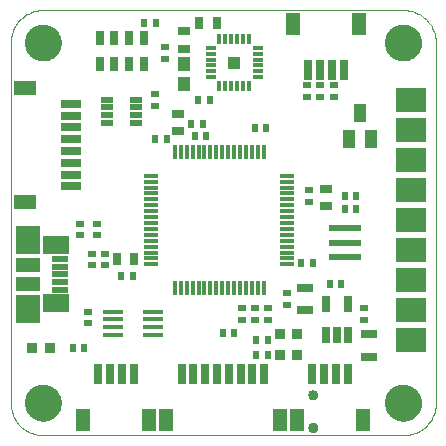
<source format=gts>
G75*
%MOIN*%
%OFA0B0*%
%FSLAX24Y24*%
%IPPOS*%
%LPD*%
%AMOC8*
5,1,8,0,0,1.08239X$1,22.5*
%
%ADD10C,0.0000*%
%ADD11C,0.1221*%
%ADD12R,0.0276X0.0473*%
%ADD13R,0.0237X0.0276*%
%ADD14R,0.0355X0.0154*%
%ADD15R,0.0154X0.0355*%
%ADD16R,0.0394X0.0394*%
%ADD17R,0.0276X0.0394*%
%ADD18R,0.0394X0.0276*%
%ADD19R,0.0276X0.0237*%
%ADD20R,0.0512X0.0158*%
%ADD21R,0.0158X0.0512*%
%ADD22R,0.0276X0.0650*%
%ADD23R,0.0512X0.0749*%
%ADD24R,0.0260X0.0540*%
%ADD25R,0.0434X0.0591*%
%ADD26R,0.0650X0.0276*%
%ADD27R,0.0749X0.0512*%
%ADD28R,0.1040X0.0790*%
%ADD29R,0.0552X0.0316*%
%ADD30R,0.0434X0.0217*%
%ADD31R,0.0583X0.0217*%
%ADD32R,0.0867X0.0621*%
%ADD33R,0.0788X0.0975*%
%ADD34R,0.0788X0.0503*%
%ADD35R,0.0650X0.0180*%
%ADD36R,0.1102X0.0236*%
%ADD37R,0.0434X0.0473*%
%ADD38C,0.0335*%
%ADD39R,0.0355X0.0355*%
D10*
X006957Y004150D02*
X018965Y004150D01*
X018374Y005232D02*
X018376Y005280D01*
X018382Y005328D01*
X018392Y005375D01*
X018405Y005421D01*
X018423Y005466D01*
X018443Y005510D01*
X018468Y005552D01*
X018496Y005591D01*
X018526Y005628D01*
X018560Y005662D01*
X018597Y005694D01*
X018635Y005723D01*
X018676Y005748D01*
X018719Y005770D01*
X018764Y005788D01*
X018810Y005802D01*
X018857Y005813D01*
X018905Y005820D01*
X018953Y005823D01*
X019001Y005822D01*
X019049Y005817D01*
X019097Y005808D01*
X019143Y005796D01*
X019188Y005779D01*
X019232Y005759D01*
X019274Y005736D01*
X019314Y005709D01*
X019352Y005679D01*
X019387Y005646D01*
X019419Y005610D01*
X019449Y005572D01*
X019475Y005531D01*
X019497Y005488D01*
X019517Y005444D01*
X019532Y005399D01*
X019544Y005352D01*
X019552Y005304D01*
X019556Y005256D01*
X019556Y005208D01*
X019552Y005160D01*
X019544Y005112D01*
X019532Y005065D01*
X019517Y005020D01*
X019497Y004976D01*
X019475Y004933D01*
X019449Y004892D01*
X019419Y004854D01*
X019387Y004818D01*
X019352Y004785D01*
X019314Y004755D01*
X019274Y004728D01*
X019232Y004705D01*
X019188Y004685D01*
X019143Y004668D01*
X019097Y004656D01*
X019049Y004647D01*
X019001Y004642D01*
X018953Y004641D01*
X018905Y004644D01*
X018857Y004651D01*
X018810Y004662D01*
X018764Y004676D01*
X018719Y004694D01*
X018676Y004716D01*
X018635Y004741D01*
X018597Y004770D01*
X018560Y004802D01*
X018526Y004836D01*
X018496Y004873D01*
X018468Y004912D01*
X018443Y004954D01*
X018423Y004998D01*
X018405Y005043D01*
X018392Y005089D01*
X018382Y005136D01*
X018376Y005184D01*
X018374Y005232D01*
X018965Y004149D02*
X019028Y004151D01*
X019091Y004156D01*
X019153Y004165D01*
X019215Y004178D01*
X019276Y004194D01*
X019335Y004214D01*
X019394Y004238D01*
X019451Y004264D01*
X019507Y004294D01*
X019560Y004327D01*
X019612Y004363D01*
X019661Y004402D01*
X019708Y004444D01*
X019753Y004489D01*
X019795Y004536D01*
X019834Y004585D01*
X019870Y004637D01*
X019903Y004691D01*
X019933Y004746D01*
X019959Y004803D01*
X019983Y004862D01*
X020003Y004921D01*
X020019Y004982D01*
X020032Y005044D01*
X020041Y005106D01*
X020046Y005169D01*
X020048Y005232D01*
X020047Y005232D02*
X020047Y017240D01*
X018374Y017240D02*
X018376Y017288D01*
X018382Y017336D01*
X018392Y017383D01*
X018405Y017429D01*
X018423Y017474D01*
X018443Y017518D01*
X018468Y017560D01*
X018496Y017599D01*
X018526Y017636D01*
X018560Y017670D01*
X018597Y017702D01*
X018635Y017731D01*
X018676Y017756D01*
X018719Y017778D01*
X018764Y017796D01*
X018810Y017810D01*
X018857Y017821D01*
X018905Y017828D01*
X018953Y017831D01*
X019001Y017830D01*
X019049Y017825D01*
X019097Y017816D01*
X019143Y017804D01*
X019188Y017787D01*
X019232Y017767D01*
X019274Y017744D01*
X019314Y017717D01*
X019352Y017687D01*
X019387Y017654D01*
X019419Y017618D01*
X019449Y017580D01*
X019475Y017539D01*
X019497Y017496D01*
X019517Y017452D01*
X019532Y017407D01*
X019544Y017360D01*
X019552Y017312D01*
X019556Y017264D01*
X019556Y017216D01*
X019552Y017168D01*
X019544Y017120D01*
X019532Y017073D01*
X019517Y017028D01*
X019497Y016984D01*
X019475Y016941D01*
X019449Y016900D01*
X019419Y016862D01*
X019387Y016826D01*
X019352Y016793D01*
X019314Y016763D01*
X019274Y016736D01*
X019232Y016713D01*
X019188Y016693D01*
X019143Y016676D01*
X019097Y016664D01*
X019049Y016655D01*
X019001Y016650D01*
X018953Y016649D01*
X018905Y016652D01*
X018857Y016659D01*
X018810Y016670D01*
X018764Y016684D01*
X018719Y016702D01*
X018676Y016724D01*
X018635Y016749D01*
X018597Y016778D01*
X018560Y016810D01*
X018526Y016844D01*
X018496Y016881D01*
X018468Y016920D01*
X018443Y016962D01*
X018423Y017006D01*
X018405Y017051D01*
X018392Y017097D01*
X018382Y017144D01*
X018376Y017192D01*
X018374Y017240D01*
X018965Y018323D02*
X019028Y018321D01*
X019091Y018316D01*
X019153Y018307D01*
X019215Y018294D01*
X019276Y018278D01*
X019335Y018258D01*
X019394Y018234D01*
X019451Y018208D01*
X019507Y018178D01*
X019560Y018145D01*
X019612Y018109D01*
X019661Y018070D01*
X019708Y018028D01*
X019753Y017983D01*
X019795Y017936D01*
X019834Y017887D01*
X019870Y017835D01*
X019903Y017782D01*
X019933Y017726D01*
X019959Y017669D01*
X019983Y017610D01*
X020003Y017551D01*
X020019Y017490D01*
X020032Y017428D01*
X020041Y017366D01*
X020046Y017303D01*
X020048Y017240D01*
X018965Y018323D02*
X006957Y018323D01*
X006366Y017240D02*
X006368Y017288D01*
X006374Y017336D01*
X006384Y017383D01*
X006397Y017429D01*
X006415Y017474D01*
X006435Y017518D01*
X006460Y017560D01*
X006488Y017599D01*
X006518Y017636D01*
X006552Y017670D01*
X006589Y017702D01*
X006627Y017731D01*
X006668Y017756D01*
X006711Y017778D01*
X006756Y017796D01*
X006802Y017810D01*
X006849Y017821D01*
X006897Y017828D01*
X006945Y017831D01*
X006993Y017830D01*
X007041Y017825D01*
X007089Y017816D01*
X007135Y017804D01*
X007180Y017787D01*
X007224Y017767D01*
X007266Y017744D01*
X007306Y017717D01*
X007344Y017687D01*
X007379Y017654D01*
X007411Y017618D01*
X007441Y017580D01*
X007467Y017539D01*
X007489Y017496D01*
X007509Y017452D01*
X007524Y017407D01*
X007536Y017360D01*
X007544Y017312D01*
X007548Y017264D01*
X007548Y017216D01*
X007544Y017168D01*
X007536Y017120D01*
X007524Y017073D01*
X007509Y017028D01*
X007489Y016984D01*
X007467Y016941D01*
X007441Y016900D01*
X007411Y016862D01*
X007379Y016826D01*
X007344Y016793D01*
X007306Y016763D01*
X007266Y016736D01*
X007224Y016713D01*
X007180Y016693D01*
X007135Y016676D01*
X007089Y016664D01*
X007041Y016655D01*
X006993Y016650D01*
X006945Y016649D01*
X006897Y016652D01*
X006849Y016659D01*
X006802Y016670D01*
X006756Y016684D01*
X006711Y016702D01*
X006668Y016724D01*
X006627Y016749D01*
X006589Y016778D01*
X006552Y016810D01*
X006518Y016844D01*
X006488Y016881D01*
X006460Y016920D01*
X006435Y016962D01*
X006415Y017006D01*
X006397Y017051D01*
X006384Y017097D01*
X006374Y017144D01*
X006368Y017192D01*
X006366Y017240D01*
X005874Y017240D02*
X005874Y005232D01*
X006366Y005232D02*
X006368Y005280D01*
X006374Y005328D01*
X006384Y005375D01*
X006397Y005421D01*
X006415Y005466D01*
X006435Y005510D01*
X006460Y005552D01*
X006488Y005591D01*
X006518Y005628D01*
X006552Y005662D01*
X006589Y005694D01*
X006627Y005723D01*
X006668Y005748D01*
X006711Y005770D01*
X006756Y005788D01*
X006802Y005802D01*
X006849Y005813D01*
X006897Y005820D01*
X006945Y005823D01*
X006993Y005822D01*
X007041Y005817D01*
X007089Y005808D01*
X007135Y005796D01*
X007180Y005779D01*
X007224Y005759D01*
X007266Y005736D01*
X007306Y005709D01*
X007344Y005679D01*
X007379Y005646D01*
X007411Y005610D01*
X007441Y005572D01*
X007467Y005531D01*
X007489Y005488D01*
X007509Y005444D01*
X007524Y005399D01*
X007536Y005352D01*
X007544Y005304D01*
X007548Y005256D01*
X007548Y005208D01*
X007544Y005160D01*
X007536Y005112D01*
X007524Y005065D01*
X007509Y005020D01*
X007489Y004976D01*
X007467Y004933D01*
X007441Y004892D01*
X007411Y004854D01*
X007379Y004818D01*
X007344Y004785D01*
X007306Y004755D01*
X007266Y004728D01*
X007224Y004705D01*
X007180Y004685D01*
X007135Y004668D01*
X007089Y004656D01*
X007041Y004647D01*
X006993Y004642D01*
X006945Y004641D01*
X006897Y004644D01*
X006849Y004651D01*
X006802Y004662D01*
X006756Y004676D01*
X006711Y004694D01*
X006668Y004716D01*
X006627Y004741D01*
X006589Y004770D01*
X006552Y004802D01*
X006518Y004836D01*
X006488Y004873D01*
X006460Y004912D01*
X006435Y004954D01*
X006415Y004998D01*
X006397Y005043D01*
X006384Y005089D01*
X006374Y005136D01*
X006368Y005184D01*
X006366Y005232D01*
X005874Y005232D02*
X005876Y005169D01*
X005881Y005106D01*
X005890Y005044D01*
X005903Y004982D01*
X005919Y004921D01*
X005939Y004862D01*
X005963Y004803D01*
X005989Y004746D01*
X006019Y004691D01*
X006052Y004637D01*
X006088Y004585D01*
X006127Y004536D01*
X006169Y004489D01*
X006214Y004444D01*
X006261Y004402D01*
X006310Y004363D01*
X006362Y004327D01*
X006415Y004294D01*
X006471Y004264D01*
X006528Y004238D01*
X006587Y004214D01*
X006646Y004194D01*
X006707Y004178D01*
X006769Y004165D01*
X006831Y004156D01*
X006894Y004151D01*
X006957Y004149D01*
X015804Y004411D02*
X015806Y004435D01*
X015812Y004458D01*
X015821Y004480D01*
X015834Y004500D01*
X015849Y004518D01*
X015868Y004533D01*
X015889Y004545D01*
X015911Y004553D01*
X015934Y004558D01*
X015958Y004559D01*
X015982Y004556D01*
X016004Y004549D01*
X016026Y004539D01*
X016046Y004526D01*
X016063Y004509D01*
X016077Y004490D01*
X016088Y004469D01*
X016096Y004446D01*
X016100Y004423D01*
X016100Y004399D01*
X016096Y004376D01*
X016088Y004353D01*
X016077Y004332D01*
X016063Y004313D01*
X016046Y004296D01*
X016026Y004283D01*
X016004Y004273D01*
X015982Y004266D01*
X015958Y004263D01*
X015934Y004264D01*
X015911Y004269D01*
X015889Y004277D01*
X015868Y004289D01*
X015849Y004304D01*
X015834Y004322D01*
X015821Y004342D01*
X015812Y004364D01*
X015806Y004387D01*
X015804Y004411D01*
X015804Y005493D02*
X015806Y005517D01*
X015812Y005540D01*
X015821Y005562D01*
X015834Y005582D01*
X015849Y005600D01*
X015868Y005615D01*
X015889Y005627D01*
X015911Y005635D01*
X015934Y005640D01*
X015958Y005641D01*
X015982Y005638D01*
X016004Y005631D01*
X016026Y005621D01*
X016046Y005608D01*
X016063Y005591D01*
X016077Y005572D01*
X016088Y005551D01*
X016096Y005528D01*
X016100Y005505D01*
X016100Y005481D01*
X016096Y005458D01*
X016088Y005435D01*
X016077Y005414D01*
X016063Y005395D01*
X016046Y005378D01*
X016026Y005365D01*
X016004Y005355D01*
X015982Y005348D01*
X015958Y005345D01*
X015934Y005346D01*
X015911Y005351D01*
X015889Y005359D01*
X015868Y005371D01*
X015849Y005386D01*
X015834Y005404D01*
X015821Y005424D01*
X015812Y005446D01*
X015806Y005469D01*
X015804Y005493D01*
X005874Y017240D02*
X005876Y017303D01*
X005881Y017366D01*
X005890Y017428D01*
X005903Y017490D01*
X005919Y017551D01*
X005939Y017610D01*
X005963Y017669D01*
X005989Y017726D01*
X006019Y017782D01*
X006052Y017835D01*
X006088Y017887D01*
X006127Y017936D01*
X006169Y017983D01*
X006214Y018028D01*
X006261Y018070D01*
X006310Y018109D01*
X006362Y018145D01*
X006416Y018178D01*
X006471Y018208D01*
X006528Y018234D01*
X006587Y018258D01*
X006646Y018278D01*
X006707Y018294D01*
X006769Y018307D01*
X006831Y018316D01*
X006894Y018321D01*
X006957Y018323D01*
D11*
X006957Y017240D03*
X018965Y017240D03*
X018965Y005232D03*
X006957Y005232D03*
D12*
X008839Y016519D03*
X009331Y016519D03*
X009823Y016519D03*
X010315Y016519D03*
X010315Y017385D03*
X009823Y017385D03*
X009331Y017385D03*
X008839Y017385D03*
D13*
X010318Y017889D03*
X010711Y017889D03*
X012130Y015327D03*
X012524Y015327D03*
X012274Y014514D03*
X011880Y014514D03*
X012005Y014139D03*
X012399Y014139D03*
X011086Y014014D03*
X010693Y014014D03*
X014005Y014389D03*
X014399Y014389D03*
X017005Y012139D03*
X017399Y012139D03*
X017399Y011702D03*
X017005Y011702D03*
X015961Y009889D03*
X015568Y009889D03*
X016505Y009202D03*
X016899Y009202D03*
X014461Y007327D03*
X014068Y007327D03*
X014068Y006827D03*
X014461Y006827D03*
X013336Y007577D03*
X012943Y007577D03*
X009961Y009452D03*
X009568Y009452D03*
X008336Y007077D03*
X007943Y007077D03*
D14*
X012539Y016085D03*
X012539Y016282D03*
X012539Y016478D03*
X012539Y016675D03*
X012539Y016872D03*
X012539Y017069D03*
X014114Y017069D03*
X014114Y016872D03*
X014114Y016675D03*
X014114Y016478D03*
X014114Y016282D03*
X014114Y016085D03*
D15*
X013819Y015789D03*
X013622Y015789D03*
X013425Y015789D03*
X013228Y015789D03*
X013032Y015789D03*
X012835Y015789D03*
X012835Y017364D03*
X013032Y017364D03*
X013228Y017364D03*
X013425Y017364D03*
X013622Y017364D03*
X013819Y017364D03*
D16*
X013327Y016577D03*
D17*
X012747Y017889D03*
X012157Y017889D03*
X009997Y010014D03*
X009407Y010014D03*
D18*
X011452Y014282D03*
X011452Y014872D03*
X011639Y017032D03*
X011639Y017622D03*
X016389Y012372D03*
X016389Y011782D03*
D19*
X015827Y011943D03*
X015827Y012336D03*
X015764Y015443D03*
X015764Y015836D03*
X016202Y015836D03*
X016202Y015443D03*
X016639Y015443D03*
X016639Y015836D03*
X011014Y016693D03*
X011014Y017086D03*
X010702Y015524D03*
X010702Y015130D03*
X008764Y011211D03*
X008764Y010818D03*
X008202Y010818D03*
X008202Y011211D03*
X008577Y010211D03*
X008577Y009818D03*
X009014Y009818D03*
X009014Y010211D03*
X008452Y008274D03*
X008452Y007880D03*
X013577Y008005D03*
X014014Y008005D03*
X014014Y008399D03*
X013577Y008399D03*
X014452Y008399D03*
X014452Y008005D03*
X015077Y008505D03*
X015077Y008899D03*
X017639Y008399D03*
X017639Y008005D03*
D20*
X015091Y009850D03*
X015091Y010047D03*
X015091Y010244D03*
X015091Y010441D03*
X015091Y010638D03*
X015091Y010835D03*
X015091Y011032D03*
X015091Y011228D03*
X015091Y011425D03*
X015091Y011622D03*
X015091Y011819D03*
X015091Y012016D03*
X015091Y012213D03*
X015091Y012410D03*
X015091Y012606D03*
X015091Y012803D03*
X010563Y012803D03*
X010563Y012606D03*
X010563Y012410D03*
X010563Y012213D03*
X010563Y012016D03*
X010563Y011819D03*
X010563Y011622D03*
X010563Y011425D03*
X010563Y011228D03*
X010563Y011032D03*
X010563Y010835D03*
X010563Y010638D03*
X010563Y010441D03*
X010563Y010244D03*
X010563Y010047D03*
X010563Y009850D03*
D21*
X011350Y009063D03*
X011547Y009063D03*
X011744Y009063D03*
X011941Y009063D03*
X012138Y009063D03*
X012335Y009063D03*
X012532Y009063D03*
X012728Y009063D03*
X012925Y009063D03*
X013122Y009063D03*
X013319Y009063D03*
X013516Y009063D03*
X013713Y009063D03*
X013910Y009063D03*
X014106Y009063D03*
X014303Y009063D03*
X014303Y013591D03*
X014106Y013591D03*
X013910Y013591D03*
X013713Y013591D03*
X013516Y013591D03*
X013319Y013591D03*
X013122Y013591D03*
X012925Y013591D03*
X012728Y013591D03*
X012532Y013591D03*
X012335Y013591D03*
X012138Y013591D03*
X011941Y013591D03*
X011744Y013591D03*
X011547Y013591D03*
X011350Y013591D03*
D22*
X015799Y016343D03*
X016193Y016343D03*
X016586Y016343D03*
X016980Y016343D03*
X017105Y006186D03*
X016711Y006186D03*
X016318Y006186D03*
X015924Y006186D03*
X014330Y006186D03*
X013936Y006186D03*
X013542Y006186D03*
X013149Y006186D03*
X012755Y006186D03*
X012361Y006186D03*
X011968Y006186D03*
X011574Y006186D03*
X009980Y006186D03*
X009586Y006186D03*
X009193Y006186D03*
X008799Y006186D03*
D23*
X008287Y004660D03*
X010492Y004660D03*
X011062Y004660D03*
X014842Y004660D03*
X015412Y004660D03*
X017617Y004660D03*
X017492Y017869D03*
X015287Y017869D03*
D24*
X016394Y008524D03*
X017134Y008524D03*
X017134Y007504D03*
X016764Y007504D03*
X016394Y007504D03*
D25*
X017140Y014019D03*
X017888Y014019D03*
X017514Y014885D03*
D26*
X007873Y014811D03*
X007873Y015205D03*
X007873Y014417D03*
X007873Y014024D03*
X007873Y013630D03*
X007873Y013236D03*
X007873Y012843D03*
X007873Y012449D03*
D27*
X006348Y011937D03*
X006348Y015717D03*
D28*
X019227Y015327D03*
X019227Y014327D03*
X019227Y013327D03*
X019227Y012327D03*
X019227Y011327D03*
X019227Y010327D03*
X019227Y009327D03*
X019227Y008327D03*
X019227Y007327D03*
D29*
X017827Y007513D03*
X017827Y006765D03*
X015702Y008328D03*
X015702Y009076D03*
D30*
X010059Y014568D03*
X010059Y014824D03*
X010059Y015080D03*
X010059Y015336D03*
X009095Y015336D03*
X009095Y015080D03*
X009095Y014824D03*
X009095Y014568D03*
D31*
X007514Y010026D03*
X007514Y009770D03*
X007514Y009514D03*
X007514Y009258D03*
X007514Y009003D03*
D32*
X007373Y008545D03*
X007373Y010484D03*
D33*
X006467Y010661D03*
X006467Y008368D03*
D34*
X006467Y009180D03*
X006467Y009837D03*
D35*
X009282Y008269D03*
X009282Y008019D03*
X009282Y007759D03*
X009282Y007509D03*
X010622Y007509D03*
X010622Y007759D03*
X010622Y008019D03*
X010622Y008269D03*
D36*
X017014Y010104D03*
X017014Y010577D03*
X017014Y011049D03*
D37*
X011639Y015867D03*
X011639Y016537D03*
D38*
X015952Y005493D03*
X015952Y004411D03*
D39*
X015435Y006827D03*
X014844Y006827D03*
X014844Y007514D03*
X015435Y007514D03*
X007185Y007077D03*
X006594Y007077D03*
M02*

</source>
